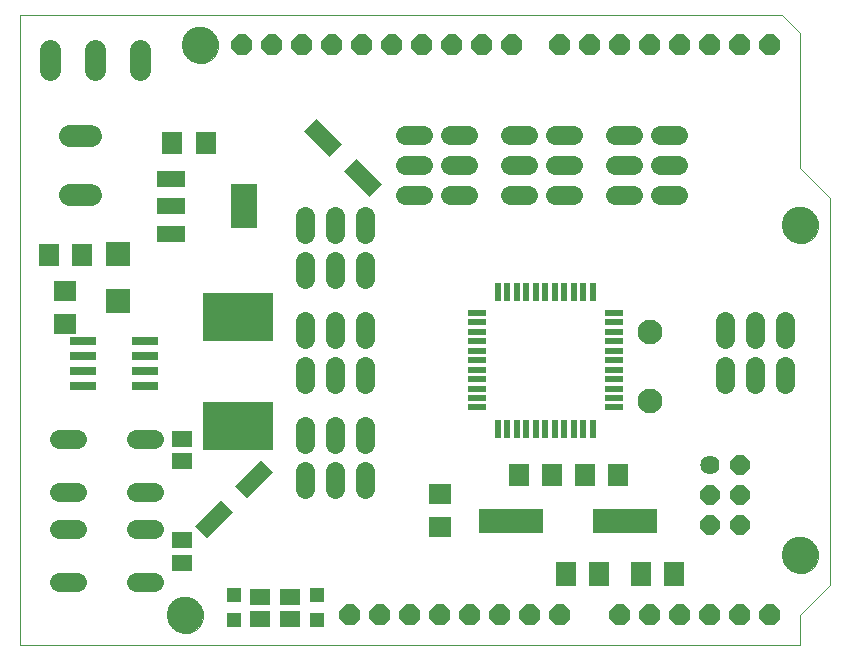
<source format=gts>
G75*
G70*
%OFA0B0*%
%FSLAX24Y24*%
%IPPOS*%
%LPD*%
%AMOC8*
5,1,8,0,0,1.08239X$1,22.5*
%
%ADD10C,0.0000*%
%ADD11C,0.1221*%
%ADD12R,0.2140X0.0800*%
%ADD13C,0.0640*%
%ADD14R,0.0237X0.0631*%
%ADD15R,0.0631X0.0237*%
%ADD16R,0.0670X0.0749*%
%ADD17R,0.0749X0.0670*%
%ADD18OC8,0.0700*%
%ADD19R,0.0670X0.0827*%
%ADD20C,0.0700*%
%ADD21R,0.0512X0.0512*%
%ADD22R,0.0670X0.0552*%
%ADD23R,0.0910X0.0280*%
%ADD24C,0.0827*%
%ADD25R,0.0827X0.0827*%
%ADD26C,0.0640*%
%ADD27OC8,0.0640*%
%ADD28R,0.1221X0.0591*%
%ADD29R,0.2339X0.1591*%
%ADD30C,0.0745*%
%ADD31R,0.0920X0.0520*%
%ADD32R,0.0906X0.1457*%
D10*
X000500Y000500D02*
X000500Y021500D01*
X025900Y021500D01*
X026500Y020900D01*
X026500Y016400D01*
X027500Y015400D01*
X027500Y002500D01*
X026500Y001500D01*
X026500Y000500D01*
X000500Y000500D01*
X005409Y001500D02*
X005411Y001548D01*
X005417Y001596D01*
X005427Y001643D01*
X005440Y001689D01*
X005458Y001734D01*
X005478Y001778D01*
X005503Y001820D01*
X005531Y001859D01*
X005561Y001896D01*
X005595Y001930D01*
X005632Y001962D01*
X005670Y001991D01*
X005711Y002016D01*
X005754Y002038D01*
X005799Y002056D01*
X005845Y002070D01*
X005892Y002081D01*
X005940Y002088D01*
X005988Y002091D01*
X006036Y002090D01*
X006084Y002085D01*
X006132Y002076D01*
X006178Y002064D01*
X006223Y002047D01*
X006267Y002027D01*
X006309Y002004D01*
X006349Y001977D01*
X006387Y001947D01*
X006422Y001914D01*
X006454Y001878D01*
X006484Y001840D01*
X006510Y001799D01*
X006532Y001756D01*
X006552Y001712D01*
X006567Y001667D01*
X006579Y001620D01*
X006587Y001572D01*
X006591Y001524D01*
X006591Y001476D01*
X006587Y001428D01*
X006579Y001380D01*
X006567Y001333D01*
X006552Y001288D01*
X006532Y001244D01*
X006510Y001201D01*
X006484Y001160D01*
X006454Y001122D01*
X006422Y001086D01*
X006387Y001053D01*
X006349Y001023D01*
X006309Y000996D01*
X006267Y000973D01*
X006223Y000953D01*
X006178Y000936D01*
X006132Y000924D01*
X006084Y000915D01*
X006036Y000910D01*
X005988Y000909D01*
X005940Y000912D01*
X005892Y000919D01*
X005845Y000930D01*
X005799Y000944D01*
X005754Y000962D01*
X005711Y000984D01*
X005670Y001009D01*
X005632Y001038D01*
X005595Y001070D01*
X005561Y001104D01*
X005531Y001141D01*
X005503Y001180D01*
X005478Y001222D01*
X005458Y001266D01*
X005440Y001311D01*
X005427Y001357D01*
X005417Y001404D01*
X005411Y001452D01*
X005409Y001500D01*
X025909Y003500D02*
X025911Y003548D01*
X025917Y003596D01*
X025927Y003643D01*
X025940Y003689D01*
X025958Y003734D01*
X025978Y003778D01*
X026003Y003820D01*
X026031Y003859D01*
X026061Y003896D01*
X026095Y003930D01*
X026132Y003962D01*
X026170Y003991D01*
X026211Y004016D01*
X026254Y004038D01*
X026299Y004056D01*
X026345Y004070D01*
X026392Y004081D01*
X026440Y004088D01*
X026488Y004091D01*
X026536Y004090D01*
X026584Y004085D01*
X026632Y004076D01*
X026678Y004064D01*
X026723Y004047D01*
X026767Y004027D01*
X026809Y004004D01*
X026849Y003977D01*
X026887Y003947D01*
X026922Y003914D01*
X026954Y003878D01*
X026984Y003840D01*
X027010Y003799D01*
X027032Y003756D01*
X027052Y003712D01*
X027067Y003667D01*
X027079Y003620D01*
X027087Y003572D01*
X027091Y003524D01*
X027091Y003476D01*
X027087Y003428D01*
X027079Y003380D01*
X027067Y003333D01*
X027052Y003288D01*
X027032Y003244D01*
X027010Y003201D01*
X026984Y003160D01*
X026954Y003122D01*
X026922Y003086D01*
X026887Y003053D01*
X026849Y003023D01*
X026809Y002996D01*
X026767Y002973D01*
X026723Y002953D01*
X026678Y002936D01*
X026632Y002924D01*
X026584Y002915D01*
X026536Y002910D01*
X026488Y002909D01*
X026440Y002912D01*
X026392Y002919D01*
X026345Y002930D01*
X026299Y002944D01*
X026254Y002962D01*
X026211Y002984D01*
X026170Y003009D01*
X026132Y003038D01*
X026095Y003070D01*
X026061Y003104D01*
X026031Y003141D01*
X026003Y003180D01*
X025978Y003222D01*
X025958Y003266D01*
X025940Y003311D01*
X025927Y003357D01*
X025917Y003404D01*
X025911Y003452D01*
X025909Y003500D01*
X025909Y014500D02*
X025911Y014548D01*
X025917Y014596D01*
X025927Y014643D01*
X025940Y014689D01*
X025958Y014734D01*
X025978Y014778D01*
X026003Y014820D01*
X026031Y014859D01*
X026061Y014896D01*
X026095Y014930D01*
X026132Y014962D01*
X026170Y014991D01*
X026211Y015016D01*
X026254Y015038D01*
X026299Y015056D01*
X026345Y015070D01*
X026392Y015081D01*
X026440Y015088D01*
X026488Y015091D01*
X026536Y015090D01*
X026584Y015085D01*
X026632Y015076D01*
X026678Y015064D01*
X026723Y015047D01*
X026767Y015027D01*
X026809Y015004D01*
X026849Y014977D01*
X026887Y014947D01*
X026922Y014914D01*
X026954Y014878D01*
X026984Y014840D01*
X027010Y014799D01*
X027032Y014756D01*
X027052Y014712D01*
X027067Y014667D01*
X027079Y014620D01*
X027087Y014572D01*
X027091Y014524D01*
X027091Y014476D01*
X027087Y014428D01*
X027079Y014380D01*
X027067Y014333D01*
X027052Y014288D01*
X027032Y014244D01*
X027010Y014201D01*
X026984Y014160D01*
X026954Y014122D01*
X026922Y014086D01*
X026887Y014053D01*
X026849Y014023D01*
X026809Y013996D01*
X026767Y013973D01*
X026723Y013953D01*
X026678Y013936D01*
X026632Y013924D01*
X026584Y013915D01*
X026536Y013910D01*
X026488Y013909D01*
X026440Y013912D01*
X026392Y013919D01*
X026345Y013930D01*
X026299Y013944D01*
X026254Y013962D01*
X026211Y013984D01*
X026170Y014009D01*
X026132Y014038D01*
X026095Y014070D01*
X026061Y014104D01*
X026031Y014141D01*
X026003Y014180D01*
X025978Y014222D01*
X025958Y014266D01*
X025940Y014311D01*
X025927Y014357D01*
X025917Y014404D01*
X025911Y014452D01*
X025909Y014500D01*
X005909Y020500D02*
X005911Y020548D01*
X005917Y020596D01*
X005927Y020643D01*
X005940Y020689D01*
X005958Y020734D01*
X005978Y020778D01*
X006003Y020820D01*
X006031Y020859D01*
X006061Y020896D01*
X006095Y020930D01*
X006132Y020962D01*
X006170Y020991D01*
X006211Y021016D01*
X006254Y021038D01*
X006299Y021056D01*
X006345Y021070D01*
X006392Y021081D01*
X006440Y021088D01*
X006488Y021091D01*
X006536Y021090D01*
X006584Y021085D01*
X006632Y021076D01*
X006678Y021064D01*
X006723Y021047D01*
X006767Y021027D01*
X006809Y021004D01*
X006849Y020977D01*
X006887Y020947D01*
X006922Y020914D01*
X006954Y020878D01*
X006984Y020840D01*
X007010Y020799D01*
X007032Y020756D01*
X007052Y020712D01*
X007067Y020667D01*
X007079Y020620D01*
X007087Y020572D01*
X007091Y020524D01*
X007091Y020476D01*
X007087Y020428D01*
X007079Y020380D01*
X007067Y020333D01*
X007052Y020288D01*
X007032Y020244D01*
X007010Y020201D01*
X006984Y020160D01*
X006954Y020122D01*
X006922Y020086D01*
X006887Y020053D01*
X006849Y020023D01*
X006809Y019996D01*
X006767Y019973D01*
X006723Y019953D01*
X006678Y019936D01*
X006632Y019924D01*
X006584Y019915D01*
X006536Y019910D01*
X006488Y019909D01*
X006440Y019912D01*
X006392Y019919D01*
X006345Y019930D01*
X006299Y019944D01*
X006254Y019962D01*
X006211Y019984D01*
X006170Y020009D01*
X006132Y020038D01*
X006095Y020070D01*
X006061Y020104D01*
X006031Y020141D01*
X006003Y020180D01*
X005978Y020222D01*
X005958Y020266D01*
X005940Y020311D01*
X005927Y020357D01*
X005917Y020404D01*
X005911Y020452D01*
X005909Y020500D01*
D11*
X006500Y020500D03*
X026500Y014500D03*
X026500Y003500D03*
X006000Y001500D03*
D12*
X016850Y004625D03*
X020650Y004625D03*
D13*
X024000Y009200D02*
X024000Y009800D01*
X024000Y010700D02*
X024000Y011300D01*
X025000Y011300D02*
X025000Y010700D01*
X025000Y009800D02*
X025000Y009200D01*
X026000Y009200D02*
X026000Y009800D01*
X026000Y010700D02*
X026000Y011300D01*
X022425Y015500D02*
X021825Y015500D01*
X020925Y015500D02*
X020325Y015500D01*
X020325Y016500D02*
X020925Y016500D01*
X021825Y016500D02*
X022425Y016500D01*
X022425Y017500D02*
X021825Y017500D01*
X020925Y017500D02*
X020325Y017500D01*
X018925Y017500D02*
X018325Y017500D01*
X017425Y017500D02*
X016825Y017500D01*
X016825Y016500D02*
X017425Y016500D01*
X018325Y016500D02*
X018925Y016500D01*
X018925Y015500D02*
X018325Y015500D01*
X017425Y015500D02*
X016825Y015500D01*
X015425Y015500D02*
X014825Y015500D01*
X013925Y015500D02*
X013325Y015500D01*
X013325Y016500D02*
X013925Y016500D01*
X014825Y016500D02*
X015425Y016500D01*
X015425Y017500D02*
X014825Y017500D01*
X013925Y017500D02*
X013325Y017500D01*
X012000Y014800D02*
X012000Y014200D01*
X012000Y013300D02*
X012000Y012700D01*
X011000Y012700D02*
X011000Y013300D01*
X010000Y013300D02*
X010000Y012700D01*
X010000Y011300D02*
X010000Y010700D01*
X011000Y010700D02*
X011000Y011300D01*
X012000Y011300D02*
X012000Y010700D01*
X012000Y009800D02*
X012000Y009200D01*
X011000Y009200D02*
X011000Y009800D01*
X010000Y009800D02*
X010000Y009200D01*
X010000Y007800D02*
X010000Y007200D01*
X011000Y007200D02*
X011000Y007800D01*
X012000Y007800D02*
X012000Y007200D01*
X012000Y006300D02*
X012000Y005700D01*
X011000Y005700D02*
X011000Y006300D01*
X010000Y006300D02*
X010000Y005700D01*
X004955Y005610D02*
X004355Y005610D01*
X004355Y004390D02*
X004955Y004390D01*
X004955Y002610D02*
X004355Y002610D01*
X002395Y002610D02*
X001795Y002610D01*
X001795Y004390D02*
X002395Y004390D01*
X002395Y005610D02*
X001795Y005610D01*
X001795Y007390D02*
X002395Y007390D01*
X004355Y007390D02*
X004955Y007390D01*
X010000Y014200D02*
X010000Y014800D01*
X011000Y014800D02*
X011000Y014200D01*
D14*
X016425Y012283D03*
X016740Y012283D03*
X017055Y012283D03*
X017370Y012283D03*
X017685Y012283D03*
X018000Y012283D03*
X018315Y012283D03*
X018630Y012283D03*
X018945Y012283D03*
X019260Y012283D03*
X019575Y012283D03*
X019575Y007717D03*
X019260Y007717D03*
X018945Y007717D03*
X018630Y007717D03*
X018315Y007717D03*
X018000Y007717D03*
X017685Y007717D03*
X017370Y007717D03*
X017055Y007717D03*
X016740Y007717D03*
X016425Y007717D03*
D15*
X015717Y008425D03*
X015717Y008740D03*
X015717Y009055D03*
X015717Y009370D03*
X015717Y009685D03*
X015717Y010000D03*
X015717Y010315D03*
X015717Y010630D03*
X015717Y010945D03*
X015717Y011260D03*
X015717Y011575D03*
X020283Y011575D03*
X020283Y011260D03*
X020283Y010945D03*
X020283Y010630D03*
X020283Y010315D03*
X020283Y010000D03*
X020283Y009685D03*
X020283Y009370D03*
X020283Y009055D03*
X020283Y008740D03*
X020283Y008425D03*
D16*
X020426Y006188D03*
X019324Y006188D03*
X018239Y006188D03*
X017136Y006188D03*
X006676Y017250D03*
X005574Y017250D03*
X002551Y013500D03*
X001449Y013500D03*
D17*
X002000Y012301D03*
X002000Y011199D03*
X014500Y005551D03*
X014500Y004449D03*
D18*
X014500Y001500D03*
X013500Y001500D03*
X012500Y001500D03*
X011500Y001500D03*
X015500Y001500D03*
X016500Y001500D03*
X017500Y001500D03*
X018500Y001500D03*
X020500Y001500D03*
X021500Y001500D03*
X022500Y001500D03*
X023500Y001500D03*
X024500Y001500D03*
X025500Y001500D03*
X025500Y020500D03*
X024500Y020500D03*
X023500Y020500D03*
X022500Y020500D03*
X021500Y020500D03*
X020500Y020500D03*
X019500Y020500D03*
X018500Y020500D03*
X016900Y020500D03*
X015900Y020500D03*
X014900Y020500D03*
X013900Y020500D03*
X012900Y020500D03*
X011900Y020500D03*
X010900Y020500D03*
X009900Y020500D03*
X008900Y020500D03*
X007900Y020500D03*
D19*
X018699Y002875D03*
X019801Y002875D03*
X021199Y002875D03*
X022301Y002875D03*
D20*
X004500Y019670D02*
X004500Y020330D01*
X003000Y020330D02*
X003000Y019670D01*
X001500Y019670D02*
X001500Y020330D01*
D21*
X007625Y002163D03*
X007625Y001337D03*
X010375Y001337D03*
X010375Y002163D03*
D22*
X009500Y002124D03*
X009500Y001376D03*
X008500Y001376D03*
X008500Y002124D03*
X005875Y003251D03*
X005875Y003999D03*
X005875Y006626D03*
X005875Y007374D03*
D23*
X004655Y009125D03*
X004655Y009625D03*
X004655Y010125D03*
X004655Y010625D03*
X002595Y010625D03*
X002595Y010125D03*
X002595Y009625D03*
X002595Y009125D03*
D24*
X021500Y008625D03*
X021500Y010938D03*
D25*
X003750Y011963D03*
X003750Y013537D03*
D26*
X023500Y006500D03*
D27*
X024500Y006500D03*
X024500Y005500D03*
X023500Y005500D03*
X023500Y004500D03*
X024500Y004500D03*
D28*
G36*
X012140Y015443D02*
X011279Y016304D01*
X011696Y016721D01*
X012557Y015860D01*
X012140Y015443D01*
G37*
G36*
X010804Y016779D02*
X009943Y017640D01*
X010360Y018057D01*
X011221Y017196D01*
X010804Y016779D01*
G37*
G36*
X008932Y006265D02*
X008071Y005404D01*
X007654Y005821D01*
X008515Y006682D01*
X008932Y006265D01*
G37*
G36*
X007596Y004929D02*
X006735Y004068D01*
X006318Y004485D01*
X007179Y005346D01*
X007596Y004929D01*
G37*
D29*
X007750Y007824D03*
X007750Y011426D03*
D30*
X002853Y015516D02*
X002148Y015516D01*
X002148Y017484D02*
X002853Y017484D01*
D31*
X005530Y016035D03*
X005530Y015125D03*
X005530Y014215D03*
D32*
X007970Y015125D03*
M02*

</source>
